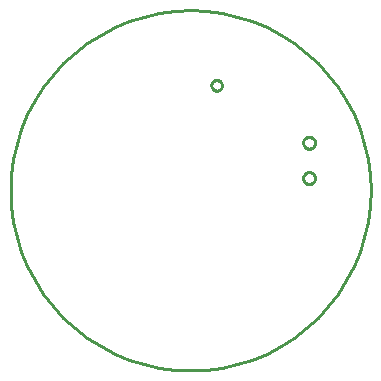
<source format=gbr>
G04 EAGLE Gerber RS-274X export*
G75*
%MOMM*%
%FSLAX34Y34*%
%LPD*%
%IN*%
%IPPOS*%
%AMOC8*
5,1,8,0,0,1.08239X$1,22.5*%
G01*
%ADD10C,0.254000*%


D10*
X-152400Y0D02*
X-151820Y-13283D01*
X-150085Y-26464D01*
X-147207Y-39444D01*
X-143209Y-52124D01*
X-138121Y-64407D01*
X-131982Y-76200D01*
X-124839Y-87413D01*
X-116745Y-97961D01*
X-107763Y-107763D01*
X-97961Y-116745D01*
X-87413Y-124839D01*
X-76200Y-131982D01*
X-64407Y-138121D01*
X-52124Y-143209D01*
X-39444Y-147207D01*
X-26464Y-150085D01*
X-13283Y-151820D01*
X0Y-152400D01*
X13283Y-151820D01*
X26464Y-150085D01*
X39444Y-147207D01*
X52124Y-143209D01*
X64407Y-138121D01*
X76200Y-131982D01*
X87413Y-124839D01*
X97961Y-116745D01*
X107763Y-107763D01*
X116745Y-97961D01*
X124839Y-87413D01*
X131982Y-76200D01*
X138121Y-64407D01*
X143209Y-52124D01*
X147207Y-39444D01*
X150085Y-26464D01*
X151820Y-13283D01*
X152400Y0D01*
X151820Y13283D01*
X150085Y26464D01*
X147207Y39444D01*
X143209Y52124D01*
X138121Y64407D01*
X131982Y76200D01*
X124839Y87413D01*
X116745Y97961D01*
X107763Y107763D01*
X97961Y116745D01*
X87413Y124839D01*
X76200Y131982D01*
X64407Y138121D01*
X52124Y143209D01*
X39444Y147207D01*
X26464Y150085D01*
X13283Y151820D01*
X0Y152400D01*
X-13283Y151820D01*
X-26464Y150085D01*
X-39444Y147207D01*
X-52124Y143209D01*
X-64407Y138121D01*
X-76200Y131982D01*
X-87413Y124839D01*
X-97961Y116745D01*
X-107763Y107763D01*
X-116745Y97961D01*
X-124839Y87413D01*
X-131982Y76200D01*
X-138121Y64407D01*
X-143209Y52124D01*
X-147207Y39444D01*
X-150085Y26464D01*
X-151820Y13283D01*
X-152400Y0D01*
X26500Y88655D02*
X26423Y88070D01*
X26270Y87500D01*
X26045Y86955D01*
X25750Y86445D01*
X25391Y85977D01*
X24973Y85559D01*
X24505Y85200D01*
X23995Y84905D01*
X23450Y84680D01*
X22880Y84527D01*
X22295Y84450D01*
X21705Y84450D01*
X21120Y84527D01*
X20550Y84680D01*
X20005Y84905D01*
X19495Y85200D01*
X19027Y85559D01*
X18609Y85977D01*
X18250Y86445D01*
X17955Y86955D01*
X17730Y87500D01*
X17577Y88070D01*
X17500Y88655D01*
X17500Y89245D01*
X17577Y89830D01*
X17730Y90400D01*
X17955Y90945D01*
X18250Y91455D01*
X18609Y91923D01*
X19027Y92341D01*
X19495Y92700D01*
X20005Y92995D01*
X20550Y93220D01*
X21120Y93373D01*
X21705Y93450D01*
X22295Y93450D01*
X22880Y93373D01*
X23450Y93220D01*
X23995Y92995D01*
X24505Y92700D01*
X24973Y92341D01*
X25391Y91923D01*
X25750Y91455D01*
X26045Y90945D01*
X26270Y90400D01*
X26423Y89830D01*
X26500Y89245D01*
X26500Y88655D01*
X100611Y45400D02*
X101169Y45337D01*
X101716Y45212D01*
X102246Y45027D01*
X102752Y44783D01*
X103228Y44484D01*
X103667Y44134D01*
X104064Y43737D01*
X104414Y43298D01*
X104713Y42822D01*
X104957Y42316D01*
X105142Y41786D01*
X105267Y41239D01*
X105330Y40681D01*
X105330Y40119D01*
X105267Y39561D01*
X105142Y39014D01*
X104957Y38484D01*
X104713Y37978D01*
X104414Y37502D01*
X104064Y37063D01*
X103667Y36666D01*
X103228Y36316D01*
X102752Y36017D01*
X102246Y35773D01*
X101716Y35588D01*
X101169Y35463D01*
X100611Y35400D01*
X100049Y35400D01*
X99491Y35463D01*
X98944Y35588D01*
X98414Y35773D01*
X97908Y36017D01*
X97432Y36316D01*
X96993Y36666D01*
X96596Y37063D01*
X96246Y37502D01*
X95947Y37978D01*
X95703Y38484D01*
X95518Y39014D01*
X95393Y39561D01*
X95330Y40119D01*
X95330Y40681D01*
X95393Y41239D01*
X95518Y41786D01*
X95703Y42316D01*
X95947Y42822D01*
X96246Y43298D01*
X96596Y43737D01*
X96993Y44134D01*
X97432Y44484D01*
X97908Y44783D01*
X98414Y45027D01*
X98944Y45212D01*
X99491Y45337D01*
X100049Y45400D01*
X100611Y45400D01*
X100611Y15400D02*
X101169Y15337D01*
X101716Y15212D01*
X102246Y15027D01*
X102752Y14783D01*
X103228Y14484D01*
X103667Y14134D01*
X104064Y13737D01*
X104414Y13298D01*
X104713Y12822D01*
X104957Y12316D01*
X105142Y11786D01*
X105267Y11239D01*
X105330Y10681D01*
X105330Y10119D01*
X105267Y9561D01*
X105142Y9014D01*
X104957Y8484D01*
X104713Y7978D01*
X104414Y7502D01*
X104064Y7063D01*
X103667Y6666D01*
X103228Y6316D01*
X102752Y6017D01*
X102246Y5773D01*
X101716Y5588D01*
X101169Y5463D01*
X100611Y5400D01*
X100049Y5400D01*
X99491Y5463D01*
X98944Y5588D01*
X98414Y5773D01*
X97908Y6017D01*
X97432Y6316D01*
X96993Y6666D01*
X96596Y7063D01*
X96246Y7502D01*
X95947Y7978D01*
X95703Y8484D01*
X95518Y9014D01*
X95393Y9561D01*
X95330Y10119D01*
X95330Y10681D01*
X95393Y11239D01*
X95518Y11786D01*
X95703Y12316D01*
X95947Y12822D01*
X96246Y13298D01*
X96596Y13737D01*
X96993Y14134D01*
X97432Y14484D01*
X97908Y14783D01*
X98414Y15027D01*
X98944Y15212D01*
X99491Y15337D01*
X100049Y15400D01*
X100611Y15400D01*
M02*

</source>
